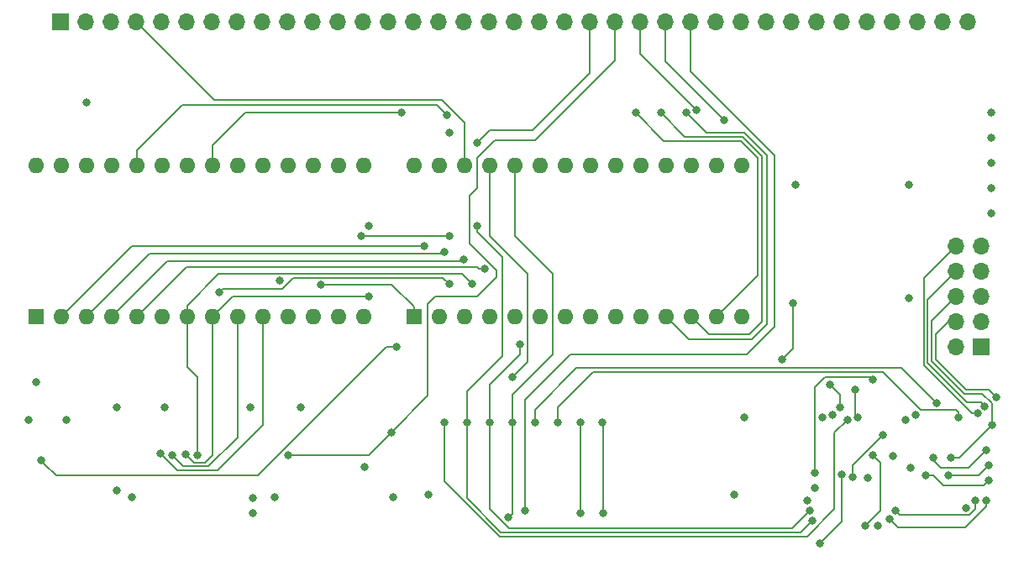
<source format=gbr>
%TF.GenerationSoftware,KiCad,Pcbnew,(5.1.10-1-10_14)*%
%TF.CreationDate,2021-12-06T09:48:52-05:00*%
%TF.ProjectId,control-unit-eeprom,636f6e74-726f-46c2-9d75-6e69742d6565,rev?*%
%TF.SameCoordinates,Original*%
%TF.FileFunction,Copper,L4,Bot*%
%TF.FilePolarity,Positive*%
%FSLAX46Y46*%
G04 Gerber Fmt 4.6, Leading zero omitted, Abs format (unit mm)*
G04 Created by KiCad (PCBNEW (5.1.10-1-10_14)) date 2021-12-06 09:48:52*
%MOMM*%
%LPD*%
G01*
G04 APERTURE LIST*
%TA.AperFunction,ComponentPad*%
%ADD10O,1.700000X1.700000*%
%TD*%
%TA.AperFunction,ComponentPad*%
%ADD11R,1.700000X1.700000*%
%TD*%
%TA.AperFunction,ComponentPad*%
%ADD12O,1.600000X1.600000*%
%TD*%
%TA.AperFunction,ComponentPad*%
%ADD13R,1.600000X1.600000*%
%TD*%
%TA.AperFunction,ViaPad*%
%ADD14C,0.800000*%
%TD*%
%TA.AperFunction,Conductor*%
%ADD15C,0.200000*%
%TD*%
G04 APERTURE END LIST*
D10*
%TO.P,J2,37*%
%TO.N,MEM_DATA0*%
X66956000Y-126492000D03*
%TO.P,J2,36*%
%TO.N,MEM_DATA1*%
X64416000Y-126492000D03*
%TO.P,J2,35*%
%TO.N,MEM_DATA2*%
X61876000Y-126492000D03*
%TO.P,J2,34*%
%TO.N,MEM_DATA3*%
X59336000Y-126492000D03*
%TO.P,J2,33*%
%TO.N,MEM_DATA4*%
X56796000Y-126492000D03*
%TO.P,J2,32*%
%TO.N,MEM_DATA5*%
X54256000Y-126492000D03*
%TO.P,J2,31*%
%TO.N,MEM_DATA6*%
X51716000Y-126492000D03*
%TO.P,J2,30*%
%TO.N,MEM_DATA7*%
X49176000Y-126492000D03*
%TO.P,J2,29*%
%TO.N,INTERRUPT_REQ_2_ST*%
X46636000Y-126492000D03*
%TO.P,J2,28*%
%TO.N,INTERRUPT_REQ_1_ST*%
X44096000Y-126492000D03*
%TO.P,J2,27*%
%TO.N,INTERRUPT_REQ_0_ST*%
X41556000Y-126492000D03*
%TO.P,J2,26*%
%TO.N,!CLOCK*%
X39016000Y-126492000D03*
%TO.P,J2,25*%
%TO.N,CLOCK*%
X36476000Y-126492000D03*
%TO.P,J2,24*%
%TO.N,LOAD_INST*%
X33936000Y-126492000D03*
%TO.P,J2,23*%
%TO.N,~RESET_OP*%
X31396000Y-126492000D03*
%TO.P,J2,22*%
%TO.N,~STEP_ZERO*%
X28856000Y-126492000D03*
%TO.P,J2,21*%
%TO.N,INTERRUPT_HANDLER_EN*%
X26316000Y-126492000D03*
%TO.P,J2,20*%
%TO.N,EEPROM0*%
X23776000Y-126492000D03*
%TO.P,J2,19*%
%TO.N,EEPROM1*%
X21236000Y-126492000D03*
%TO.P,J2,18*%
%TO.N,EEPROM2*%
X18696000Y-126492000D03*
%TO.P,J2,17*%
%TO.N,EEPROM3*%
X16156000Y-126492000D03*
%TO.P,J2,16*%
%TO.N,EEPROM4*%
X13616000Y-126492000D03*
%TO.P,J2,15*%
%TO.N,EEPROM5*%
X11076000Y-126492000D03*
%TO.P,J2,14*%
%TO.N,EEPROM6*%
X8536000Y-126492000D03*
%TO.P,J2,13*%
%TO.N,EEPROM7*%
X5996000Y-126492000D03*
%TO.P,J2,12*%
%TO.N,EEPROM8*%
X3456000Y-126492000D03*
%TO.P,J2,11*%
%TO.N,EEPROM9*%
X916000Y-126492000D03*
%TO.P,J2,10*%
%TO.N,EEPROM10*%
X-1624000Y-126492000D03*
%TO.P,J2,9*%
%TO.N,EEPROM11*%
X-4164000Y-126492000D03*
%TO.P,J2,8*%
%TO.N,EEPROM12*%
X-6704000Y-126492000D03*
%TO.P,J2,7*%
%TO.N,EEPROM13*%
X-9244000Y-126492000D03*
%TO.P,J2,6*%
%TO.N,EEPROM14*%
X-11784000Y-126492000D03*
%TO.P,J2,5*%
%TO.N,EEPROM15*%
X-14324000Y-126492000D03*
%TO.P,J2,4*%
%TO.N,A13*%
X-16864000Y-126492000D03*
%TO.P,J2,3*%
%TO.N,A14*%
X-19404000Y-126492000D03*
%TO.P,J2,2*%
%TO.N,VCC*%
X-21944000Y-126492000D03*
D11*
%TO.P,J2,1*%
%TO.N,GND*%
X-24484000Y-126492000D03*
%TD*%
D12*
%TO.P,U9,28*%
%TO.N,VCC*%
X-26924000Y-140970000D03*
%TO.P,U9,14*%
%TO.N,GND*%
X6096000Y-156210000D03*
%TO.P,U9,27*%
%TO.N,VCC*%
X-24384000Y-140970000D03*
%TO.P,U9,13*%
%TO.N,EEPROM10*%
X3556000Y-156210000D03*
%TO.P,U9,26*%
%TO.N,A13*%
X-21844000Y-140970000D03*
%TO.P,U9,12*%
%TO.N,EEPROM9*%
X1016000Y-156210000D03*
%TO.P,U9,25*%
%TO.N,INST3*%
X-19304000Y-140970000D03*
%TO.P,U9,11*%
%TO.N,EEPROM8*%
X-1524000Y-156210000D03*
%TO.P,U9,24*%
%TO.N,INST4*%
X-16764000Y-140970000D03*
%TO.P,U9,10*%
%TO.N,STEP0*%
X-4064000Y-156210000D03*
%TO.P,U9,23*%
%TO.N,INST6*%
X-14224000Y-140970000D03*
%TO.P,U9,9*%
%TO.N,STEP1*%
X-6604000Y-156210000D03*
%TO.P,U9,22*%
%TO.N,GND*%
X-11684000Y-140970000D03*
%TO.P,U9,8*%
%TO.N,STEP2*%
X-9144000Y-156210000D03*
%TO.P,U9,21*%
%TO.N,INST5*%
X-9144000Y-140970000D03*
%TO.P,U9,7*%
%TO.N,STEP3*%
X-11684000Y-156210000D03*
%TO.P,U9,20*%
%TO.N,GND*%
X-6604000Y-140970000D03*
%TO.P,U9,6*%
%TO.N,STEP4*%
X-14224000Y-156210000D03*
%TO.P,U9,19*%
%TO.N,EEPROM15*%
X-4064000Y-140970000D03*
%TO.P,U9,5*%
%TO.N,INST0*%
X-16764000Y-156210000D03*
%TO.P,U9,18*%
%TO.N,EEPROM14*%
X-1524000Y-140970000D03*
%TO.P,U9,4*%
%TO.N,INST1*%
X-19304000Y-156210000D03*
%TO.P,U9,17*%
%TO.N,EEPROM13*%
X1016000Y-140970000D03*
%TO.P,U9,3*%
%TO.N,INST2*%
X-21844000Y-156210000D03*
%TO.P,U9,16*%
%TO.N,EEPROM12*%
X3556000Y-140970000D03*
%TO.P,U9,2*%
%TO.N,INST7*%
X-24384000Y-156210000D03*
%TO.P,U9,15*%
%TO.N,EEPROM11*%
X6096000Y-140970000D03*
D13*
%TO.P,U9,1*%
%TO.N,A14*%
X-26924000Y-156210000D03*
%TD*%
D12*
%TO.P,U8,28*%
%TO.N,VCC*%
X11176000Y-140970000D03*
%TO.P,U8,14*%
%TO.N,GND*%
X44196000Y-156210000D03*
%TO.P,U8,27*%
%TO.N,VCC*%
X13716000Y-140970000D03*
%TO.P,U8,13*%
%TO.N,EEPROM2*%
X41656000Y-156210000D03*
%TO.P,U8,26*%
%TO.N,A13*%
X16256000Y-140970000D03*
%TO.P,U8,12*%
%TO.N,EEPROM1*%
X39116000Y-156210000D03*
%TO.P,U8,25*%
%TO.N,INST3*%
X18796000Y-140970000D03*
%TO.P,U8,11*%
%TO.N,EEPROM0*%
X36576000Y-156210000D03*
%TO.P,U8,24*%
%TO.N,INST4*%
X21336000Y-140970000D03*
%TO.P,U8,10*%
%TO.N,STEP0*%
X34036000Y-156210000D03*
%TO.P,U8,23*%
%TO.N,INST6*%
X23876000Y-140970000D03*
%TO.P,U8,9*%
%TO.N,STEP1*%
X31496000Y-156210000D03*
%TO.P,U8,22*%
%TO.N,GND*%
X26416000Y-140970000D03*
%TO.P,U8,8*%
%TO.N,STEP2*%
X28956000Y-156210000D03*
%TO.P,U8,21*%
%TO.N,INST5*%
X28956000Y-140970000D03*
%TO.P,U8,7*%
%TO.N,STEP3*%
X26416000Y-156210000D03*
%TO.P,U8,20*%
%TO.N,GND*%
X31496000Y-140970000D03*
%TO.P,U8,6*%
%TO.N,STEP4*%
X23876000Y-156210000D03*
%TO.P,U8,19*%
%TO.N,EEPROM7*%
X34036000Y-140970000D03*
%TO.P,U8,5*%
%TO.N,INST0*%
X21336000Y-156210000D03*
%TO.P,U8,18*%
%TO.N,EEPROM6*%
X36576000Y-140970000D03*
%TO.P,U8,4*%
%TO.N,INST1*%
X18796000Y-156210000D03*
%TO.P,U8,17*%
%TO.N,EEPROM5*%
X39116000Y-140970000D03*
%TO.P,U8,3*%
%TO.N,INST2*%
X16256000Y-156210000D03*
%TO.P,U8,16*%
%TO.N,EEPROM4*%
X41656000Y-140970000D03*
%TO.P,U8,2*%
%TO.N,INST7*%
X13716000Y-156210000D03*
%TO.P,U8,15*%
%TO.N,EEPROM3*%
X44196000Y-140970000D03*
D13*
%TO.P,U8,1*%
%TO.N,A14*%
X11176000Y-156210000D03*
%TD*%
D10*
%TO.P,J1,10*%
%TO.N,SI7*%
X65786000Y-149098000D03*
%TO.P,J1,9*%
%TO.N,VCC*%
X68326000Y-149098000D03*
%TO.P,J1,8*%
%TO.N,SI3*%
X65786000Y-151638000D03*
%TO.P,J1,7*%
%TO.N,VCC*%
X68326000Y-151638000D03*
%TO.P,J1,6*%
%TO.N,SI2*%
X65786000Y-154178000D03*
%TO.P,J1,5*%
%TO.N,VCC*%
X68326000Y-154178000D03*
%TO.P,J1,4*%
%TO.N,SI1*%
X65786000Y-156718000D03*
%TO.P,J1,3*%
%TO.N,VCC*%
X68326000Y-156718000D03*
%TO.P,J1,2*%
%TO.N,SI0*%
X65786000Y-159258000D03*
D11*
%TO.P,J1,1*%
%TO.N,VCC*%
X68326000Y-159258000D03*
%TD*%
D14*
%TO.N,SI7*%
X68834000Y-174752000D03*
X59135294Y-176600060D03*
X67987265Y-165940893D03*
%TO.N,VCC*%
X52324000Y-166370000D03*
X50800000Y-174752000D03*
X60706000Y-166624000D03*
X-5080000Y-176022000D03*
X-2846000Y-174446000D03*
X-17220000Y-174446000D03*
X-13970000Y-165354000D03*
X-27686000Y-166624000D03*
X-254000Y-165354000D03*
X61087000Y-154305000D03*
%TO.N,SI3*%
X68834000Y-169672000D03*
X63500000Y-170434000D03*
X68703980Y-165243509D03*
%TO.N,SI2*%
X65278000Y-170434000D03*
X69403990Y-167132000D03*
%TO.N,SI1*%
X69088000Y-171196000D03*
X65024000Y-172212000D03*
X69850000Y-164338000D03*
%TO.N,SI0*%
X69088000Y-172720000D03*
X62738000Y-172212000D03*
%TO.N,GND*%
X12596500Y-174140500D03*
X43434020Y-174140500D03*
X57912000Y-177292000D03*
X53340000Y-166116000D03*
X44450000Y-166370000D03*
X61722000Y-166116000D03*
X69342000Y-145796000D03*
X69342000Y-143256000D03*
X69342000Y-140716000D03*
X69342000Y-138176000D03*
X69342000Y-135636000D03*
X59495054Y-170241990D03*
X14732000Y-137668000D03*
X-21844000Y-134620000D03*
X-18796000Y-173736000D03*
X-5080000Y-174498000D03*
X-18796000Y-165354000D03*
X-23876000Y-166624000D03*
X-26924000Y-162814000D03*
X-5334000Y-165354000D03*
X9092000Y-174446000D03*
X56896000Y-172466000D03*
X61087000Y-142875000D03*
X49657010Y-142874990D03*
X66802000Y-175514000D03*
%TO.N,INTERRUPT_HANDLER_EN*%
X51562000Y-173482000D03*
X61214000Y-171450000D03*
%TO.N,A14*%
X1778000Y-152992021D03*
%TO.N,Net-(U1-Pad3)*%
X48260000Y-160528000D03*
X49403000Y-154813000D03*
%TO.N,LOAD_INST*%
X39624000Y-135382000D03*
%TO.N,CLOCK*%
X42418000Y-136398000D03*
%TO.N,CIR0*%
X59689996Y-175768000D03*
X67754539Y-174701547D03*
%TO.N,CIR4*%
X57404000Y-162560000D03*
X51562000Y-171958000D03*
%TO.N,CIR5*%
X58420000Y-168148000D03*
X55391486Y-172404010D03*
%TO.N,CIR6*%
X55626000Y-163576000D03*
X55880000Y-166370000D03*
%TO.N,CIR7*%
X53086000Y-163068000D03*
X54102000Y-165354000D03*
%TO.N,STEP4*%
X14732000Y-152908000D03*
X-8473838Y-153787873D03*
%TO.N,Net-(U3-Pad10)*%
X6223000Y-171323000D03*
%TO.N,~RESET_OP*%
X8890000Y-167894000D03*
X-1510978Y-170193014D03*
%TO.N,!CLOCK*%
X22352000Y-175768000D03*
%TO.N,INST3*%
X23368000Y-166878000D03*
X63822929Y-164907990D03*
X21082000Y-162306000D03*
X5842000Y-148082000D03*
X14732000Y-148082000D03*
%TO.N,INST2*%
X25654000Y-166878000D03*
X66040000Y-166370000D03*
X14224000Y-149667990D03*
%TO.N,INST1*%
X27940000Y-176022000D03*
X27940000Y-166878000D03*
X16190268Y-150429990D03*
%TO.N,INST0*%
X30226000Y-176022000D03*
X30199768Y-166904232D03*
X18288000Y-151384000D03*
%TO.N,STEP0*%
X-14369500Y-170034500D03*
%TO.N,STEP1*%
X-13226500Y-170161500D03*
X-2365723Y-152592010D03*
%TO.N,STEP2*%
X-11842518Y-170047518D03*
X6604000Y-154178000D03*
%TO.N,STEP3*%
X-10686500Y-170161500D03*
X17018000Y-152908000D03*
%TO.N,INST7*%
X54864000Y-166624000D03*
X14224000Y-166878000D03*
X12192000Y-149097990D03*
%TO.N,INST6*%
X16510000Y-166878000D03*
X51308000Y-176784000D03*
X56642000Y-177292000D03*
X57404000Y-170180000D03*
X17526000Y-147066000D03*
X6604000Y-147066000D03*
%TO.N,INST5*%
X18796000Y-166878000D03*
X51054000Y-175768000D03*
X9906000Y-135636000D03*
X21844000Y-159004000D03*
%TO.N,INST4*%
X21082000Y-166878000D03*
X14478000Y-135890000D03*
X20697389Y-176468010D03*
X54272264Y-172150010D03*
X52070000Y-179092023D03*
%TO.N,EEPROM2*%
X33528000Y-135636000D03*
%TO.N,EEPROM1*%
X36068000Y-135636000D03*
%TO.N,EEPROM0*%
X38608000Y-135636000D03*
%TO.N,~STEP_ZERO*%
X17526000Y-138684000D03*
X9398000Y-159258000D03*
X-26416000Y-170688000D03*
%TD*%
D15*
%TO.N,SI7*%
X68834000Y-175317685D02*
X66713674Y-177438011D01*
X68834000Y-174752000D02*
X68834000Y-175317685D01*
X66713674Y-177438011D02*
X59973245Y-177438011D01*
X59535293Y-177000059D02*
X59135294Y-176600060D01*
X59973245Y-177438011D02*
X59535293Y-177000059D01*
X62553969Y-152330031D02*
X62553969Y-161073282D01*
X67421580Y-165940893D02*
X67987265Y-165940893D01*
X65786000Y-149098000D02*
X62553969Y-152330031D01*
X62553969Y-161073282D02*
X67421580Y-165940893D01*
%TO.N,SI3*%
X68834000Y-169672000D02*
X67056000Y-171450000D01*
X67056000Y-171450000D02*
X64262000Y-171450000D01*
X63500000Y-170688000D02*
X63500000Y-170434000D01*
X64262000Y-171450000D02*
X63500000Y-170688000D01*
X66938110Y-164843510D02*
X68303981Y-164843510D01*
X68303981Y-164843510D02*
X68703980Y-165243509D01*
X65786000Y-151638000D02*
X62953978Y-154470022D01*
X62953978Y-154470022D02*
X62953978Y-160859378D01*
X62953978Y-160859378D02*
X66938110Y-164843510D01*
%TO.N,SI2*%
X66101990Y-170434000D02*
X69403990Y-167132000D01*
X65278000Y-170434000D02*
X66101990Y-170434000D01*
X66636311Y-163976011D02*
X68472011Y-163976011D01*
X63353989Y-156610011D02*
X63353989Y-160693689D01*
X63353989Y-160693689D02*
X66636311Y-163976011D01*
X68472011Y-163976011D02*
X69403990Y-164907990D01*
X65786000Y-154178000D02*
X63353989Y-156610011D01*
X69403990Y-164907990D02*
X69403990Y-167132000D01*
%TO.N,SI1*%
X69088000Y-171196000D02*
X68072000Y-172212000D01*
X68072000Y-172212000D02*
X66040000Y-172212000D01*
X66040000Y-172212000D02*
X65024000Y-172212000D01*
X65024000Y-156718000D02*
X65786000Y-156718000D01*
X63754000Y-157988000D02*
X65024000Y-156718000D01*
X63754000Y-160528000D02*
X63754000Y-157988000D01*
X66802000Y-163576000D02*
X63754000Y-160528000D01*
X69850000Y-164338000D02*
X69088000Y-163576000D01*
X69088000Y-163576000D02*
X66802000Y-163576000D01*
%TO.N,SI0*%
X69088000Y-172720000D02*
X68580000Y-173228000D01*
X68580000Y-173228000D02*
X64516000Y-173228000D01*
X64516000Y-173228000D02*
X63500000Y-172212000D01*
X63500000Y-172212000D02*
X62738000Y-172212000D01*
%TO.N,A14*%
X11176000Y-155210000D02*
X8935990Y-152969990D01*
X1800031Y-152969990D02*
X1778000Y-152992021D01*
X11176000Y-156210000D02*
X11176000Y-155210000D01*
X8935990Y-152969990D02*
X1800031Y-152969990D01*
%TO.N,A13*%
X13990004Y-134366000D02*
X-8990000Y-134366000D01*
X16256000Y-136631996D02*
X13990004Y-134366000D01*
X-8990000Y-134366000D02*
X-16864000Y-126492000D01*
X16256000Y-140970000D02*
X16256000Y-136631996D01*
%TO.N,Net-(U1-Pad3)*%
X49403000Y-159385000D02*
X48260000Y-160528000D01*
X49403000Y-159385000D02*
X49403000Y-154813000D01*
%TO.N,LOAD_INST*%
X33936000Y-129694000D02*
X39624000Y-135382000D01*
X33936000Y-126492000D02*
X33936000Y-129694000D01*
%TO.N,CLOCK*%
X36476000Y-130456000D02*
X42418000Y-136398000D01*
X36476000Y-126492000D02*
X36476000Y-130456000D01*
%TO.N,CIR0*%
X67138001Y-176214001D02*
X67754539Y-175597463D01*
X67754539Y-175597463D02*
X67754539Y-174701547D01*
X60135997Y-176214001D02*
X67138001Y-176214001D01*
X59689996Y-175768000D02*
X60135997Y-176214001D01*
%TO.N,CIR4*%
X57404000Y-162560000D02*
X57150000Y-162306000D01*
X57150000Y-162306000D02*
X52578000Y-162306000D01*
X52578000Y-162306000D02*
X51562000Y-163322000D01*
X51562000Y-163322000D02*
X51562000Y-171958000D01*
%TO.N,CIR5*%
X55391486Y-171176514D02*
X55391486Y-172404010D01*
X58420000Y-168148000D02*
X55391486Y-171176514D01*
%TO.N,CIR6*%
X55626000Y-163576000D02*
X55626000Y-166116000D01*
X55626000Y-166116000D02*
X55880000Y-166370000D01*
%TO.N,CIR7*%
X53086000Y-163068000D02*
X54102000Y-164084000D01*
X54102000Y-164084000D02*
X54102000Y-165354000D01*
%TO.N,STEP4*%
X-2125585Y-153387874D02*
X-8073839Y-153387874D01*
X14116011Y-152292011D02*
X-1029722Y-152292011D01*
X14732000Y-152908000D02*
X14116011Y-152292011D01*
X-1029722Y-152292011D02*
X-2125585Y-153387874D01*
X-8073839Y-153387874D02*
X-8473838Y-153787873D01*
%TO.N,~RESET_OP*%
X6590986Y-170193014D02*
X-1510978Y-170193014D01*
X8890000Y-167894000D02*
X6590986Y-170193014D01*
X31396000Y-130402000D02*
X31396000Y-126492000D01*
X19304000Y-138430000D02*
X23368000Y-138430000D01*
X17526000Y-140208000D02*
X19304000Y-138430000D01*
X23368000Y-138430000D02*
X31396000Y-130402000D01*
X13318322Y-154178000D02*
X17546004Y-154178000D01*
X17526000Y-143256000D02*
X17526000Y-140208000D01*
X16764000Y-144018000D02*
X17526000Y-143256000D01*
X19496002Y-151555998D02*
X16764000Y-148823996D01*
X19496002Y-152228002D02*
X19496002Y-151555998D01*
X12592009Y-154904313D02*
X13318322Y-154178000D01*
X16764000Y-148823996D02*
X16764000Y-144018000D01*
X17546004Y-154178000D02*
X19496002Y-152228002D01*
X12592009Y-164191991D02*
X12592009Y-154904313D01*
X8890000Y-167894000D02*
X12592009Y-164191991D01*
%TO.N,!CLOCK*%
X39016000Y-131472000D02*
X39016000Y-126492000D01*
X47498000Y-139954000D02*
X39016000Y-131472000D01*
X47498000Y-157226000D02*
X47498000Y-139954000D01*
X44704000Y-160020000D02*
X47498000Y-157226000D01*
X26924000Y-160020000D02*
X44704000Y-160020000D01*
X22352000Y-164592000D02*
X26924000Y-160020000D01*
X22352000Y-175768000D02*
X22352000Y-164592000D01*
%TO.N,INST3*%
X18796000Y-140970000D02*
X18796000Y-148082000D01*
X18796000Y-148082000D02*
X22606000Y-151892000D01*
X22606000Y-151892000D02*
X22606000Y-160782000D01*
X22606000Y-160782000D02*
X21082000Y-162306000D01*
X5842000Y-148082000D02*
X14732000Y-148082000D01*
X23368000Y-165608000D02*
X27578011Y-161397989D01*
X60312928Y-161397989D02*
X63822929Y-164907990D01*
X27578011Y-161397989D02*
X60312928Y-161397989D01*
X23368000Y-166878000D02*
X23368000Y-165608000D01*
%TO.N,INST2*%
X-21844000Y-156210000D02*
X-15494000Y-149860000D01*
X14031990Y-149860000D02*
X14224000Y-149667990D01*
X-15494000Y-149860000D02*
X14031990Y-149860000D01*
X66040000Y-165862000D02*
X66040000Y-166370000D01*
X65786000Y-165608000D02*
X66040000Y-165862000D01*
X62230000Y-165608000D02*
X65786000Y-165608000D01*
X58420000Y-161798000D02*
X62230000Y-165608000D01*
X29210000Y-161798000D02*
X58420000Y-161798000D01*
X25654000Y-165354000D02*
X29210000Y-161798000D01*
X25654000Y-166878000D02*
X25654000Y-165354000D01*
%TO.N,INST1*%
X27940000Y-176022000D02*
X27940000Y-166878000D01*
X-13716000Y-150622000D02*
X15998258Y-150622000D01*
X-19304000Y-156210000D02*
X-13716000Y-150622000D01*
X15998258Y-150622000D02*
X16190268Y-150429990D01*
%TO.N,INST0*%
X30226000Y-176022000D02*
X30226000Y-166930464D01*
X30226000Y-166930464D02*
X30199768Y-166904232D01*
X-11769967Y-151215967D02*
X17554282Y-151215967D01*
X17722315Y-151384000D02*
X18288000Y-151384000D01*
X-16764000Y-156210000D02*
X-11769967Y-151215967D01*
X17554282Y-151215967D02*
X17722315Y-151384000D01*
%TO.N,STEP0*%
X-4064000Y-167132000D02*
X-4064000Y-156210000D01*
X-8636000Y-171704000D02*
X-4064000Y-167132000D01*
X-14369500Y-170034500D02*
X-12700000Y-171704000D01*
X-12700000Y-171704000D02*
X-8636000Y-171704000D01*
%TO.N,STEP1*%
X-6604000Y-168402000D02*
X-6604000Y-156210000D01*
X-13226500Y-170161500D02*
X-12084011Y-171303989D01*
X-12084011Y-171303989D02*
X-9505989Y-171303989D01*
X-9505989Y-171303989D02*
X-6604000Y-168402000D01*
%TO.N,STEP2*%
X-9144000Y-156210000D02*
X-9144000Y-170180000D01*
X-10986058Y-170903978D02*
X-11842518Y-170047518D01*
X-9867978Y-170903978D02*
X-10986058Y-170903978D01*
X-9144000Y-170180000D02*
X-9867978Y-170903978D01*
X-8344001Y-155410001D02*
X-9144000Y-156210000D01*
X-7112000Y-154178000D02*
X-8344001Y-155410001D01*
X6604000Y-154178000D02*
X-7112000Y-154178000D01*
%TO.N,STEP3*%
X-10686500Y-170161500D02*
X-10686500Y-162287500D01*
X-11684000Y-161290000D02*
X-11684000Y-156210000D01*
X-10686500Y-162287500D02*
X-11684000Y-161290000D01*
X16618001Y-152508001D02*
X17018000Y-152908000D01*
X-11684000Y-155078630D02*
X-8497370Y-151892000D01*
X16002000Y-151892000D02*
X16618001Y-152508001D01*
X-8497370Y-151892000D02*
X16002000Y-151892000D01*
X-11684000Y-156210000D02*
X-11684000Y-155078630D01*
%TO.N,INST7*%
X-24384000Y-156210000D02*
X-17271990Y-149097990D01*
X-17271990Y-149097990D02*
X12192000Y-149097990D01*
X19792322Y-178346022D02*
X14224000Y-172777700D01*
X53563307Y-167924693D02*
X53563307Y-175564697D01*
X54864000Y-166624000D02*
X53563307Y-167924693D01*
X53563307Y-175564697D02*
X50781982Y-178346022D01*
X14224000Y-167443685D02*
X14224000Y-166878000D01*
X14224000Y-172777700D02*
X14224000Y-167443685D01*
X50781982Y-178346022D02*
X19792322Y-178346022D01*
%TO.N,INST6*%
X56642000Y-177292000D02*
X58166000Y-175768000D01*
X58166000Y-175768000D02*
X58166000Y-170942000D01*
X58166000Y-170942000D02*
X57404000Y-170180000D01*
X16510000Y-166878000D02*
X16510000Y-174498000D01*
X16510000Y-174498000D02*
X19958011Y-177946011D01*
X16510000Y-166878000D02*
X16510000Y-163772300D01*
X16510000Y-163772300D02*
X20066000Y-160216300D01*
X20066000Y-150171685D02*
X17526000Y-147631685D01*
X20066000Y-160216300D02*
X20066000Y-150171685D01*
X17526000Y-147631685D02*
X17526000Y-147066000D01*
X50145989Y-177946011D02*
X50292000Y-177800000D01*
X19958011Y-177946011D02*
X50145989Y-177946011D01*
X50292000Y-177800000D02*
X51308000Y-176784000D01*
%TO.N,INST5*%
X-9144000Y-140970000D02*
X-9144000Y-138938000D01*
X-9144000Y-138938000D02*
X-5842000Y-135636000D01*
X-5842000Y-135636000D02*
X9906000Y-135636000D01*
X49276000Y-177546000D02*
X51054000Y-175768000D01*
X18796000Y-175602623D02*
X20739377Y-177546000D01*
X18796000Y-166878000D02*
X18796000Y-175602623D01*
X18796000Y-163068000D02*
X18796000Y-166878000D01*
X21844000Y-160020000D02*
X18796000Y-163068000D01*
X21844000Y-159004000D02*
X21844000Y-160020000D01*
X49276000Y-177546000D02*
X20739377Y-177546000D01*
%TO.N,INST4*%
X21082000Y-166878000D02*
X21082000Y-164084000D01*
X21082000Y-164084000D02*
X25146000Y-160020000D01*
X25146000Y-160020000D02*
X25146000Y-151892000D01*
X21336000Y-148082000D02*
X21336000Y-140970000D01*
X25146000Y-151892000D02*
X21336000Y-148082000D01*
X-16764000Y-140970000D02*
X-16764000Y-139446000D01*
X-16764000Y-139446000D02*
X-12192000Y-134874000D01*
X-12192000Y-134874000D02*
X13462000Y-134874000D01*
X13462000Y-134874000D02*
X14478000Y-135890000D01*
X21082000Y-176083399D02*
X20697389Y-176468010D01*
X21082000Y-166878000D02*
X21082000Y-176083399D01*
X54272264Y-172150010D02*
X54272264Y-176889759D01*
X54272264Y-176889759D02*
X52070000Y-179092023D01*
%TO.N,EEPROM2*%
X36514022Y-138468022D02*
X44118622Y-138468022D01*
X42455999Y-155410001D02*
X41656000Y-156210000D01*
X45827989Y-152038011D02*
X42455999Y-155410001D01*
X44118622Y-138468022D02*
X45827989Y-140177389D01*
X45827989Y-140177389D02*
X45827989Y-152038011D01*
X36514022Y-138468022D02*
X36360022Y-138468022D01*
X36360022Y-138468022D02*
X33528000Y-135636000D01*
%TO.N,EEPROM1*%
X38654011Y-138068011D02*
X44284311Y-138068011D01*
X46228000Y-140011700D02*
X46228000Y-156718000D01*
X46228000Y-156718000D02*
X44958000Y-157988000D01*
X44958000Y-157988000D02*
X40894000Y-157988000D01*
X40894000Y-157988000D02*
X39116000Y-156210000D01*
X44284311Y-138068011D02*
X46228000Y-140011700D01*
X38654011Y-138068011D02*
X38500011Y-138068011D01*
X38500011Y-138068011D02*
X36068000Y-135636000D01*
%TO.N,EEPROM0*%
X36576000Y-156210000D02*
X38862000Y-158496000D01*
X38862000Y-158496000D02*
X45212000Y-158496000D01*
X45212000Y-158496000D02*
X46736000Y-156972000D01*
X46736000Y-156972000D02*
X46736000Y-139954000D01*
X46736000Y-139954000D02*
X44450000Y-137668000D01*
X44450000Y-137668000D02*
X40794000Y-137668000D01*
X40794000Y-137668000D02*
X40640000Y-137668000D01*
X40640000Y-137668000D02*
X38608000Y-135636000D01*
%TO.N,~STEP_ZERO*%
X18288000Y-137922000D02*
X17526000Y-138684000D01*
X-4565968Y-172212000D02*
X-24892000Y-172212000D01*
X9398000Y-159258000D02*
X8388032Y-159258000D01*
X8388032Y-159258000D02*
X-4565968Y-172212000D01*
X-26016001Y-171087999D02*
X-26416000Y-170688000D01*
X-24892000Y-172212000D02*
X-26016001Y-171087999D01*
X28856000Y-126492000D02*
X28856000Y-131672000D01*
X28856000Y-131672000D02*
X23114000Y-137414000D01*
X18796000Y-137414000D02*
X18288000Y-137922000D01*
X23114000Y-137414000D02*
X18796000Y-137414000D01*
%TD*%
M02*

</source>
